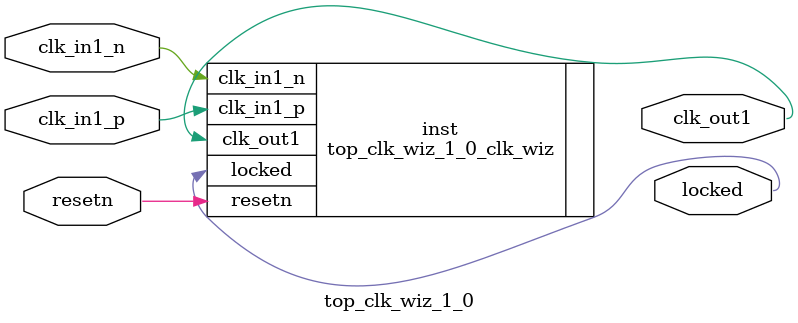
<source format=v>


`timescale 1ps/1ps

(* CORE_GENERATION_INFO = "top_clk_wiz_1_0,clk_wiz_v6_0_9_0_0,{component_name=top_clk_wiz_1_0,use_phase_alignment=false,use_min_o_jitter=false,use_max_i_jitter=false,use_dyn_phase_shift=false,use_inclk_switchover=false,use_dyn_reconfig=false,enable_axi=0,feedback_source=FDBK_AUTO,PRIMITIVE=MMCM,num_out_clk=1,clkin1_period=10.000,clkin2_period=10.000,use_power_down=false,use_reset=true,use_locked=true,use_inclk_stopped=false,feedback_type=SINGLE,CLOCK_MGR_TYPE=NA,manual_override=false}" *)

module top_clk_wiz_1_0 
 (
  // Clock out ports
  output        clk_out1,
  // Status and control signals
  input         resetn,
  output        locked,
 // Clock in ports
  input         clk_in1_p,
  input         clk_in1_n
 );

  top_clk_wiz_1_0_clk_wiz inst
  (
  // Clock out ports  
  .clk_out1(clk_out1),
  // Status and control signals               
  .resetn(resetn), 
  .locked(locked),
 // Clock in ports
  .clk_in1_p(clk_in1_p),
  .clk_in1_n(clk_in1_n)
  );

endmodule

</source>
